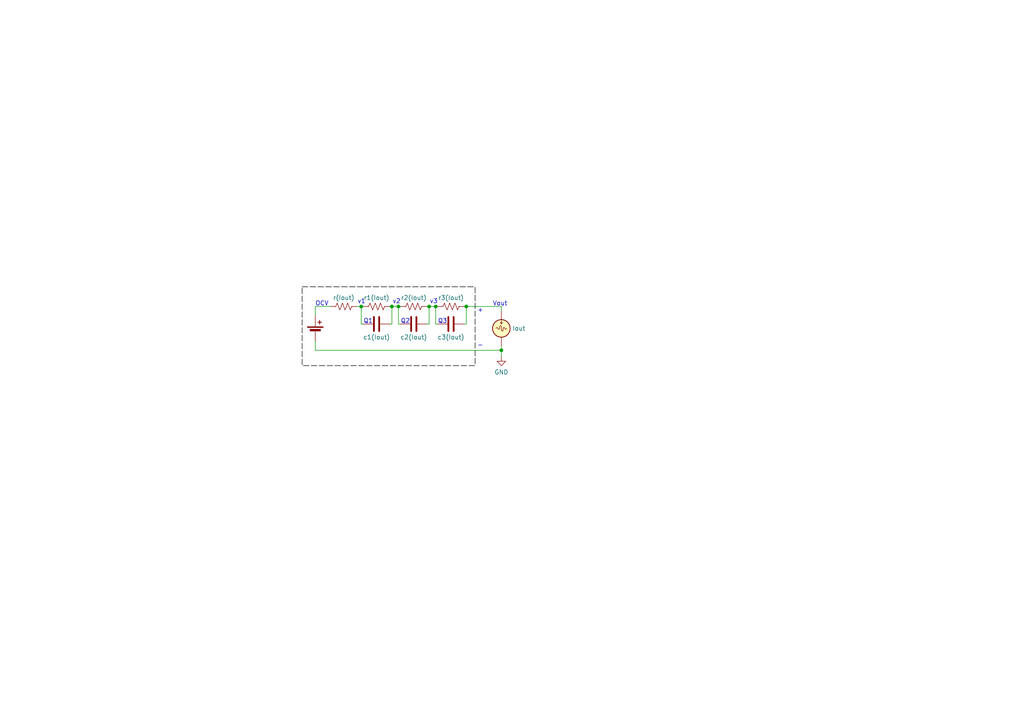
<source format=kicad_sch>
(kicad_sch (version 20230121) (generator eeschema)
  (paper "A4")
  (lib_symbols
    (symbol "Device:Battery_Cell" (pin_numbers hide) (pin_names (offset 0) hide)
      (property "Reference" "BT" (at 2.54 2.54 0))
      (property "Value" "Battery_Cell" (at 2.54 0 0))
      (symbol "Battery_Cell_0_1"
        (rectangle (start -2.286 1.778) (end 2.286 1.524) (fill (type outline)))
        (rectangle (start -1.524 1.016) (end 1.524 0.508) (fill (type outline)))
        (polyline (pts (xy 0 0.762) (xy 0 0)))
        (polyline (pts (xy 0 1.778) (xy 0 2.54)))
        (polyline (pts (xy 0.762 3.048) (xy 1.778 3.048)) (stroke (width 0.254)))
        (polyline (pts (xy 1.27 3.556) (xy 1.27 2.54)) (stroke (width 0.254)))
      )
      (symbol "Battery_Cell_1_1"
        (pin passive line (at 0 5.08 270) (length 2.54) (name "+") (number "1"))
        (pin passive line (at 0 -2.54 90) (length 2.54) (name "-") (number "2"))
      )
    )
    (symbol "Device:C" (pin_numbers hide) (pin_names (offset 0.254))
      (property "Reference" "C" (at 0.635 2.54 0))
      (property "Value" "C" (at 0.635 -2.54 0))
      (symbol "C_0_1"
        (polyline (pts (xy -2.032 -0.762) (xy 2.032 -0.762)) (stroke (width 0.508)))
        (polyline (pts (xy -2.032 0.762) (xy 2.032 0.762)) (stroke (width 0.508)))
      )
      (symbol "C_1_1"
        (pin passive line (at 0 3.81 270) (length 2.794) (name "~") (number "1"))
        (pin passive line (at 0 -3.81 90) (length 2.794) (name "~") (number "2"))
      )
    )
    (symbol "Device:R_US" (pin_numbers hide) (pin_names (offset 0))
      (property "Reference" "R" (at 2.54 0 90))
      (property "Value" "R_US" (at -2.54 0 90))
      (symbol "R_US_0_1"
        (polyline (pts (xy 0 -2.286) (xy 0 -2.54)))
        (polyline (pts (xy 0 2.286) (xy 0 2.54)))
        (polyline (pts (xy 0 -0.762) (xy 1.016 -1.143) (xy 0 -1.524) (xy -1.016 -1.905) (xy 0 -2.286)))
        (polyline (pts (xy 0 0.762) (xy 1.016 0.381) (xy 0 0) (xy -1.016 -0.381) (xy 0 -0.762)))
        (polyline (pts (xy 0 2.286) (xy 1.016 1.905) (xy 0 1.524) (xy -1.016 1.143) (xy 0 0.762)))
      )
      (symbol "R_US_1_1"
        (pin passive line (at 0 3.81 270) (length 1.27) (name "~") (number "1"))
        (pin passive line (at 0 -3.81 90) (length 1.27) (name "~") (number "2"))
      )
    )
    (symbol "Simulation_SPICE:IAM" (pin_numbers hide) (pin_names (offset 0.0254))
      (property "Reference" "I" (at 2.54 2.54 0))
      (property "Value" "IAM" (at 2.54 0 0))
      (property "Sim.Params" "type=\"I\" model=\"am(1 0 100k 1k 1n)\" lib=\"\"" (at 2.54 -2.54 0))
      (symbol "IAM_0_0"
        (arc (start 0 0.508) (mid -0.254 0.7609) (end -0.508 0.508))
      )
      (symbol "IAM_0_1"
        (arc (start -1.016 0) (mid -1.27 0.2529) (end -1.524 0))
        (arc (start -1.016 0) (mid -0.762 -0.2529) (end -0.508 0))
        (arc (start 0 -0.508) (mid 0.254 -0.7609) (end 0.508 -0.508))
        (polyline (pts (xy -0.508 0.508) (xy -0.508 0)))
        (polyline (pts (xy 0 0.508) (xy 0 -0.508)))
        (polyline (pts (xy 0 1.27) (xy 0 2.286)))
        (polyline (pts (xy 0.508 -0.508) (xy 0.508 0)))
        (polyline (pts (xy -0.254 1.778) (xy 0 1.27) (xy 0.254 1.778)))
        (circle (center 0 0) (radius 2.54) (stroke (width 0.254)) (fill (type background)))
        (arc (start 1.016 0) (mid 0.762 0.2529) (end 0.508 0))
        (arc (start 1.016 0) (mid 1.27 -0.2529) (end 1.524 0))
      )
      (symbol "IAM_1_1"
        (pin passive line (at 0 5.08 270) (length 2.54) (name "~") (number "1"))
        (pin passive line (at 0 -5.08 90) (length 2.54) (name "~") (number "2"))
      )
    )
    (symbol "power:GND" (power) (pin_names (offset 0))
      (property "Value" "GND" (at 0 -3.81 0))
      (symbol "GND_0_1"
        (polyline (pts (xy 0 0) (xy 0 -1.27) (xy 1.27 -1.27) (xy 0 -2.54) (xy -1.27 -1.27) (xy 0 -1.27)))
      )
      (symbol "GND_1_1"
        (pin power_in line (at 0 0 270) (length 0) hide (name "GND") (number "1"))
      )
    )
  )
  (junction (at 115.57 88.9))
  (junction (at 124.46 88.9))
  (junction (at 104.775 88.9))
  (junction (at 126.365 88.9))
  (junction (at 113.665 88.9))
  (junction (at 135.255 88.9))
  (junction (at 145.415 101.6))
  (wire (pts (xy 104.775 88.9) (xy 104.775 93.98)))
  (wire (pts (xy 123.825 88.9) (xy 124.46 88.9)))
  (wire (pts (xy 115.57 88.9) (xy 116.205 88.9)))
  (wire (pts (xy 91.44 88.9) (xy 95.885 88.9)))
  (wire (pts (xy 113.03 88.9) (xy 113.665 88.9)))
  (wire (pts (xy 126.365 88.9) (xy 127 88.9)))
  (wire (pts (xy 113.03 93.98) (xy 113.665 93.98)))
  (wire (pts (xy 135.255 88.9) (xy 145.415 88.9)))
  (wire (pts (xy 134.62 88.9) (xy 135.255 88.9)))
  (wire (pts (xy 105.41 93.98) (xy 104.775 93.98)))
  (wire (pts (xy 113.665 88.9) (xy 115.57 88.9)))
  (wire (pts (xy 134.62 93.98) (xy 135.255 93.98)))
  (wire (pts (xy 103.505 88.9) (xy 104.775 88.9)))
  (wire (pts (xy 126.365 88.9) (xy 126.365 93.98)))
  (wire (pts (xy 145.415 88.9) (xy 145.415 90.17)))
  (wire (pts (xy 124.46 88.9) (xy 124.46 93.98)))
  (wire (pts (xy 145.415 100.33) (xy 145.415 101.6)))
  (wire (pts (xy 91.44 101.6) (xy 91.44 99.06)))
  (wire (pts (xy 113.665 88.9) (xy 113.665 93.98)))
  (wire (pts (xy 135.255 88.9) (xy 135.255 93.98)))
  (wire (pts (xy 145.415 101.6) (xy 145.415 103.505)))
  (wire (pts (xy 127 93.98) (xy 126.365 93.98)))
  (wire (pts (xy 116.205 93.98) (xy 115.57 93.98)))
  (wire (pts (xy 124.46 93.98) (xy 123.825 93.98)))
  (wire (pts (xy 145.415 101.6) (xy 91.44 101.6)))
  (wire (pts (xy 104.775 88.9) (xy 105.41 88.9)))
  (wire (pts (xy 91.44 91.44) (xy 91.44 88.9)))
  (wire (pts (xy 124.46 88.9) (xy 126.365 88.9)))
  (wire (pts (xy 115.57 88.9) (xy 115.57 93.98)))
  (rectangle (start 87.63 83.185) (end 137.795 106.045) (stroke (width 0) (type dash) (color 0 0 0 1)))
  (text "-\n" (at 138.43 100.965 0) (effects (font (size 1.27 1.27)) (justify left bottom)))
  (text "v2" (at 116.205 88.265 0) (effects (font (size 1.27 1.27)) (justify right bottom)))
  (text "OCV" (at 91.44 88.9 0) (effects (font (size 1.27 1.27)) (justify left bottom)))
  (text "Q1" (at 105.41 93.98 0) (effects (font (size 1.27 1.27)) (justify left bottom)))
  (text "v1" (at 106.045 88.265 0) (effects (font (size 1.27 1.27)) (justify right bottom)))
  (text "+" (at 138.43 90.805 0) (effects (font (size 1.27 1.27)) (justify left bottom)))
  (text "Vout\n" (at 142.875 88.9 0) (effects (font (size 1.27 1.27)) (justify left bottom)))
  (text "v3" (at 127 88.265 0) (effects (font (size 1.27 1.27)) (justify right bottom)))
  (text "Q2\n" (at 116.205 93.98 0) (effects (font (size 1.27 1.27)) (justify left bottom)))
  (text "Q3" (at 127 93.98 0) (effects (font (size 1.27 1.27)) (justify left bottom)))
  (symbol (lib_id "Device:R_US") (at 130.81 88.9 90) (unit 1)
    (property "Reference" "R4" (effects hide))
    (property "Value" "r3(Iout)" (at 130.81 86.36 90))
  )
  (symbol (lib_id "power:GND") (at 145.415 103.505 0) (mirror y) (unit 1)
    (property "Reference" "#PWR01" (effects hide))
    (property "Value" "GND" (at 145.415 107.95 0))
  )
  (symbol (lib_id "Device:R_US") (at 109.22 88.9 90) (unit 1)
    (property "Reference" "R2" (effects hide))
    (property "Value" "r1(Iout)" (at 109.22 86.36 90))
  )
  (symbol (lib_id "Device:Battery_Cell") (at 91.44 96.52 0) (unit 1)
    (property "Reference" "BT1" (effects hide))
    (property "Value" "OCV" (effects hide))
  )
  (symbol (lib_id "Device:C") (at 109.22 93.98 90) (mirror x) (unit 1)
    (property "Reference" "C1" (effects hide))
    (property "Value" "c1(Iout)" (at 109.22 97.79 90))
  )
  (symbol (lib_id "Device:R_US") (at 120.015 88.9 90) (unit 1)
    (property "Reference" "R3" (effects hide))
    (property "Value" "r2(Iout)" (at 120.015 86.36 90))
  )
  (symbol (lib_id "Simulation_SPICE:IAM") (at 145.415 95.25 0) (unit 1)
    (property "Reference" "I1" (effects hide))
    (property "Value" "Iout" (at 148.59 95.25 0) (effects (justify left)))
    (property "Sim.Pins" "1=1 2=2" (effects hide))
    (property "Sim.Device" "SPICE" (effects hide))
    (property "Sim.Params" "type=\"I\" model=\"am(1 0 100k 1k 1n)\" lib=\"\"" (effects hide))
  )
  (symbol (lib_id "Device:R_US") (at 99.695 88.9 90) (unit 1)
    (property "Reference" "R1" (effects hide))
    (property "Value" "r(Iout)" (at 99.695 86.36 90))
  )
  (symbol (lib_id "Device:C") (at 120.015 93.98 90) (mirror x) (unit 1)
    (property "Reference" "C2" (effects hide))
    (property "Value" "c2(Iout)" (at 120.015 97.79 90))
  )
  (symbol (lib_id "Device:C") (at 130.81 93.98 90) (mirror x) (unit 1)
    (property "Reference" "C3" (effects hide))
    (property "Value" "c3(Iout)" (at 130.81 97.79 90))
  )
)
</source>
